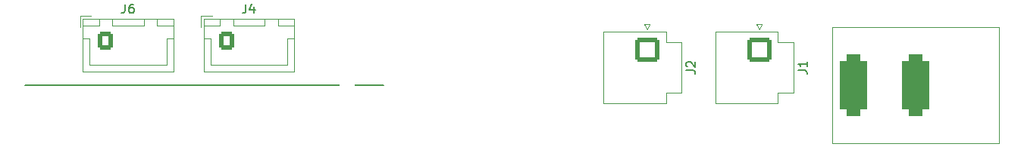
<source format=gbr>
%TF.GenerationSoftware,KiCad,Pcbnew,7.0.2*%
%TF.CreationDate,2023-05-14T11:04:53+02:00*%
%TF.ProjectId,Other-power,4f746865-722d-4706-9f77-65722e6b6963,rev?*%
%TF.SameCoordinates,Original*%
%TF.FileFunction,Legend,Top*%
%TF.FilePolarity,Positive*%
%FSLAX46Y46*%
G04 Gerber Fmt 4.6, Leading zero omitted, Abs format (unit mm)*
G04 Created by KiCad (PCBNEW 7.0.2) date 2023-05-14 11:04:53*
%MOMM*%
%LPD*%
G01*
G04 APERTURE LIST*
G04 Aperture macros list*
%AMRoundRect*
0 Rectangle with rounded corners*
0 $1 Rounding radius*
0 $2 $3 $4 $5 $6 $7 $8 $9 X,Y pos of 4 corners*
0 Add a 4 corners polygon primitive as box body*
4,1,4,$2,$3,$4,$5,$6,$7,$8,$9,$2,$3,0*
0 Add four circle primitives for the rounded corners*
1,1,$1+$1,$2,$3*
1,1,$1+$1,$4,$5*
1,1,$1+$1,$6,$7*
1,1,$1+$1,$8,$9*
0 Add four rect primitives between the rounded corners*
20,1,$1+$1,$2,$3,$4,$5,0*
20,1,$1+$1,$4,$5,$6,$7,0*
20,1,$1+$1,$6,$7,$8,$9,0*
20,1,$1+$1,$8,$9,$2,$3,0*%
G04 Aperture macros list end*
%ADD10C,0.150000*%
%ADD11C,0.120000*%
%ADD12R,1.700000X1.700000*%
%ADD13O,1.700000X1.700000*%
%ADD14RoundRect,0.250001X-1.099999X1.099999X-1.099999X-1.099999X1.099999X-1.099999X1.099999X1.099999X0*%
%ADD15C,2.700000*%
%ADD16RoundRect,0.750000X-0.750000X-2.750000X0.750000X-2.750000X0.750000X2.750000X-0.750000X2.750000X0*%
%ADD17RoundRect,0.250000X-0.600000X-0.725000X0.600000X-0.725000X0.600000X0.725000X-0.600000X0.725000X0*%
%ADD18O,1.700000X1.950000*%
%ADD19O,2.000000X5.000000*%
%ADD20O,5.000000X2.000000*%
G04 APERTURE END LIST*
D10*
X75500000Y-60000000D02*
X115500000Y-60000000D01*
%TO.C,J1*%
X161862619Y-58353333D02*
X162576904Y-58353333D01*
X162576904Y-58353333D02*
X162719761Y-58400952D01*
X162719761Y-58400952D02*
X162815000Y-58496190D01*
X162815000Y-58496190D02*
X162862619Y-58639047D01*
X162862619Y-58639047D02*
X162862619Y-58734285D01*
X162862619Y-57353333D02*
X162862619Y-57924761D01*
X162862619Y-57639047D02*
X161862619Y-57639047D01*
X161862619Y-57639047D02*
X162005476Y-57734285D01*
X162005476Y-57734285D02*
X162100714Y-57829523D01*
X162100714Y-57829523D02*
X162148333Y-57924761D01*
%TO.C,J2*%
X149362619Y-58353333D02*
X150076904Y-58353333D01*
X150076904Y-58353333D02*
X150219761Y-58400952D01*
X150219761Y-58400952D02*
X150315000Y-58496190D01*
X150315000Y-58496190D02*
X150362619Y-58639047D01*
X150362619Y-58639047D02*
X150362619Y-58734285D01*
X149457857Y-57924761D02*
X149410238Y-57877142D01*
X149410238Y-57877142D02*
X149362619Y-57781904D01*
X149362619Y-57781904D02*
X149362619Y-57543809D01*
X149362619Y-57543809D02*
X149410238Y-57448571D01*
X149410238Y-57448571D02*
X149457857Y-57400952D01*
X149457857Y-57400952D02*
X149553095Y-57353333D01*
X149553095Y-57353333D02*
X149648333Y-57353333D01*
X149648333Y-57353333D02*
X149791190Y-57400952D01*
X149791190Y-57400952D02*
X150362619Y-57972380D01*
X150362619Y-57972380D02*
X150362619Y-57353333D01*
%TO.C,SW1*%
X173666667Y-59915000D02*
X173809524Y-59962619D01*
X173809524Y-59962619D02*
X174047619Y-59962619D01*
X174047619Y-59962619D02*
X174142857Y-59915000D01*
X174142857Y-59915000D02*
X174190476Y-59867380D01*
X174190476Y-59867380D02*
X174238095Y-59772142D01*
X174238095Y-59772142D02*
X174238095Y-59676904D01*
X174238095Y-59676904D02*
X174190476Y-59581666D01*
X174190476Y-59581666D02*
X174142857Y-59534047D01*
X174142857Y-59534047D02*
X174047619Y-59486428D01*
X174047619Y-59486428D02*
X173857143Y-59438809D01*
X173857143Y-59438809D02*
X173761905Y-59391190D01*
X173761905Y-59391190D02*
X173714286Y-59343571D01*
X173714286Y-59343571D02*
X173666667Y-59248333D01*
X173666667Y-59248333D02*
X173666667Y-59153095D01*
X173666667Y-59153095D02*
X173714286Y-59057857D01*
X173714286Y-59057857D02*
X173761905Y-59010238D01*
X173761905Y-59010238D02*
X173857143Y-58962619D01*
X173857143Y-58962619D02*
X174095238Y-58962619D01*
X174095238Y-58962619D02*
X174238095Y-59010238D01*
X174571429Y-58962619D02*
X174809524Y-59962619D01*
X174809524Y-59962619D02*
X175000000Y-59248333D01*
X175000000Y-59248333D02*
X175190476Y-59962619D01*
X175190476Y-59962619D02*
X175428572Y-58962619D01*
X176333333Y-59962619D02*
X175761905Y-59962619D01*
X176047619Y-59962619D02*
X176047619Y-58962619D01*
X176047619Y-58962619D02*
X175952381Y-59105476D01*
X175952381Y-59105476D02*
X175857143Y-59200714D01*
X175857143Y-59200714D02*
X175761905Y-59248333D01*
%TO.C,J4*%
X100166666Y-50912619D02*
X100166666Y-51626904D01*
X100166666Y-51626904D02*
X100119047Y-51769761D01*
X100119047Y-51769761D02*
X100023809Y-51865000D01*
X100023809Y-51865000D02*
X99880952Y-51912619D01*
X99880952Y-51912619D02*
X99785714Y-51912619D01*
X101071428Y-51245952D02*
X101071428Y-51912619D01*
X100833333Y-50865000D02*
X100595238Y-51579285D01*
X100595238Y-51579285D02*
X101214285Y-51579285D01*
%TO.C,J6*%
X86666666Y-50912619D02*
X86666666Y-51626904D01*
X86666666Y-51626904D02*
X86619047Y-51769761D01*
X86619047Y-51769761D02*
X86523809Y-51865000D01*
X86523809Y-51865000D02*
X86380952Y-51912619D01*
X86380952Y-51912619D02*
X86285714Y-51912619D01*
X87571428Y-50912619D02*
X87380952Y-50912619D01*
X87380952Y-50912619D02*
X87285714Y-50960238D01*
X87285714Y-50960238D02*
X87238095Y-51007857D01*
X87238095Y-51007857D02*
X87142857Y-51150714D01*
X87142857Y-51150714D02*
X87095238Y-51341190D01*
X87095238Y-51341190D02*
X87095238Y-51722142D01*
X87095238Y-51722142D02*
X87142857Y-51817380D01*
X87142857Y-51817380D02*
X87190476Y-51865000D01*
X87190476Y-51865000D02*
X87285714Y-51912619D01*
X87285714Y-51912619D02*
X87476190Y-51912619D01*
X87476190Y-51912619D02*
X87571428Y-51865000D01*
X87571428Y-51865000D02*
X87619047Y-51817380D01*
X87619047Y-51817380D02*
X87666666Y-51722142D01*
X87666666Y-51722142D02*
X87666666Y-51484047D01*
X87666666Y-51484047D02*
X87619047Y-51388809D01*
X87619047Y-51388809D02*
X87571428Y-51341190D01*
X87571428Y-51341190D02*
X87476190Y-51293571D01*
X87476190Y-51293571D02*
X87285714Y-51293571D01*
X87285714Y-51293571D02*
X87190476Y-51341190D01*
X87190476Y-51341190D02*
X87142857Y-51388809D01*
X87142857Y-51388809D02*
X87095238Y-51484047D01*
D11*
%TO.C,J1*%
X157800000Y-53180000D02*
X157500000Y-53780000D01*
X157200000Y-53180000D02*
X157800000Y-53180000D01*
X157500000Y-53780000D02*
X157200000Y-53180000D01*
X159610000Y-53980000D02*
X159610000Y-55180000D01*
X152590000Y-53980000D02*
X159610000Y-53980000D01*
X161310000Y-55180000D02*
X161310000Y-60860000D01*
X159610000Y-55180000D02*
X161310000Y-55180000D01*
X161310000Y-60860000D02*
X159610000Y-60860000D01*
X159610000Y-60860000D02*
X159610000Y-62060000D01*
X159610000Y-62060000D02*
X152590000Y-62060000D01*
X152590000Y-62060000D02*
X152590000Y-53980000D01*
%TO.C,J2*%
X145300000Y-53180000D02*
X145000000Y-53780000D01*
X144700000Y-53180000D02*
X145300000Y-53180000D01*
X145000000Y-53780000D02*
X144700000Y-53180000D01*
X147110000Y-53980000D02*
X147110000Y-55180000D01*
X140090000Y-53980000D02*
X147110000Y-53980000D01*
X148810000Y-55180000D02*
X148810000Y-60860000D01*
X147110000Y-55180000D02*
X148810000Y-55180000D01*
X148810000Y-60860000D02*
X147110000Y-60860000D01*
X147110000Y-60860000D02*
X147110000Y-62060000D01*
X147110000Y-62060000D02*
X140090000Y-62060000D01*
X140090000Y-62060000D02*
X140090000Y-53980000D01*
%TO.C,SW1*%
X165700000Y-53500000D02*
X184300000Y-53500000D01*
X184300000Y-53500000D02*
X184300000Y-66500000D01*
X184300000Y-66500000D02*
X165700000Y-66500000D01*
X165700000Y-66500000D02*
X165700000Y-53500000D01*
%TO.C,J4*%
X95150000Y-52250000D02*
X95150000Y-53500000D01*
X95440000Y-52540000D02*
X95440000Y-58510000D01*
X95440000Y-58510000D02*
X105560000Y-58510000D01*
X95450000Y-52550000D02*
X95450000Y-53300000D01*
X95450000Y-53300000D02*
X97250000Y-53300000D01*
X95450000Y-54800000D02*
X96200000Y-54800000D01*
X96200000Y-54800000D02*
X96200000Y-57750000D01*
X96200000Y-57750000D02*
X100500000Y-57750000D01*
X96400000Y-52250000D02*
X95150000Y-52250000D01*
X97250000Y-52550000D02*
X95450000Y-52550000D01*
X97250000Y-53300000D02*
X97250000Y-52550000D01*
X98750000Y-52550000D02*
X98750000Y-53300000D01*
X98750000Y-53300000D02*
X102250000Y-53300000D01*
X102250000Y-52550000D02*
X98750000Y-52550000D01*
X102250000Y-53300000D02*
X102250000Y-52550000D01*
X103750000Y-52550000D02*
X103750000Y-53300000D01*
X103750000Y-53300000D02*
X105550000Y-53300000D01*
X104800000Y-54800000D02*
X104800000Y-57750000D01*
X104800000Y-57750000D02*
X100500000Y-57750000D01*
X105550000Y-52550000D02*
X103750000Y-52550000D01*
X105550000Y-53300000D02*
X105550000Y-52550000D01*
X105550000Y-54800000D02*
X104800000Y-54800000D01*
X105560000Y-52540000D02*
X95440000Y-52540000D01*
X105560000Y-58510000D02*
X105560000Y-52540000D01*
%TO.C,J6*%
X81650000Y-52250000D02*
X81650000Y-53500000D01*
X81940000Y-52540000D02*
X81940000Y-58510000D01*
X81940000Y-58510000D02*
X92060000Y-58510000D01*
X81950000Y-52550000D02*
X81950000Y-53300000D01*
X81950000Y-53300000D02*
X83750000Y-53300000D01*
X81950000Y-54800000D02*
X82700000Y-54800000D01*
X82700000Y-54800000D02*
X82700000Y-57750000D01*
X82700000Y-57750000D02*
X87000000Y-57750000D01*
X82900000Y-52250000D02*
X81650000Y-52250000D01*
X83750000Y-52550000D02*
X81950000Y-52550000D01*
X83750000Y-53300000D02*
X83750000Y-52550000D01*
X85250000Y-52550000D02*
X85250000Y-53300000D01*
X85250000Y-53300000D02*
X88750000Y-53300000D01*
X88750000Y-52550000D02*
X85250000Y-52550000D01*
X88750000Y-53300000D02*
X88750000Y-52550000D01*
X90250000Y-52550000D02*
X90250000Y-53300000D01*
X90250000Y-53300000D02*
X92050000Y-53300000D01*
X91300000Y-54800000D02*
X91300000Y-57750000D01*
X91300000Y-57750000D02*
X87000000Y-57750000D01*
X92050000Y-52550000D02*
X90250000Y-52550000D01*
X92050000Y-53300000D02*
X92050000Y-52550000D01*
X92050000Y-54800000D02*
X91300000Y-54800000D01*
X92060000Y-52540000D02*
X81940000Y-52540000D01*
X92060000Y-58510000D02*
X92060000Y-52540000D01*
%TD*%
%LPC*%
D12*
%TO.C,J7*%
X111500000Y-57475000D03*
D13*
X111500000Y-60015000D03*
X111500000Y-62555000D03*
%TD*%
D14*
%TO.C,J1*%
X157500000Y-56040000D03*
D15*
X157500000Y-60000000D03*
%TD*%
D14*
%TO.C,J2*%
X145000000Y-56040000D03*
D15*
X145000000Y-60000000D03*
%TD*%
D16*
%TO.C,SW1*%
X168000000Y-60000000D03*
X175000000Y-60000000D03*
%TD*%
D17*
%TO.C,J4*%
X98000000Y-55000000D03*
D18*
X100500000Y-55000000D03*
X103000000Y-55000000D03*
%TD*%
D17*
%TO.C,J6*%
X84500000Y-55000000D03*
D18*
X87000000Y-55000000D03*
X89500000Y-55000000D03*
%TD*%
D12*
%TO.C,J5*%
X116500000Y-57500000D03*
D13*
X116500000Y-60040000D03*
X116500000Y-62580000D03*
%TD*%
D19*
%TO.C,J8*%
X126750000Y-60000000D03*
D20*
X130500000Y-56250000D03*
D19*
X134250000Y-60000000D03*
%TD*%
%LPD*%
M02*

</source>
